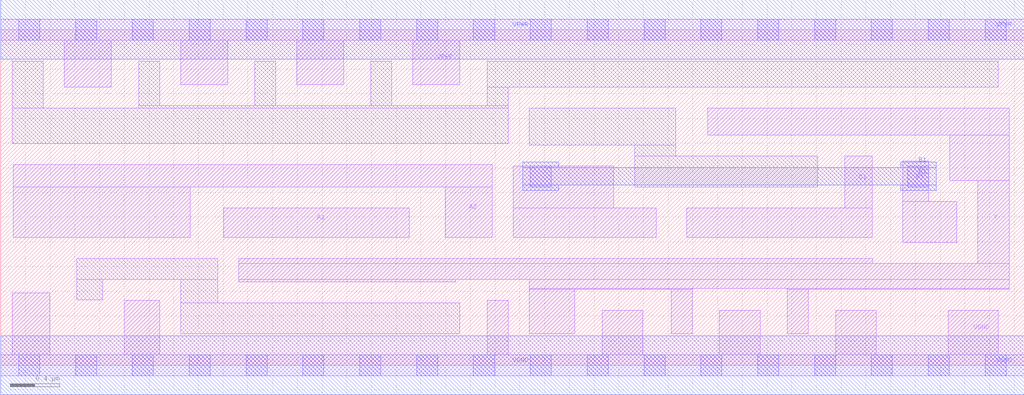
<source format=lef>
# Copyright 2020 The SkyWater PDK Authors
#
# Licensed under the Apache License, Version 2.0 (the "License");
# you may not use this file except in compliance with the License.
# You may obtain a copy of the License at
#
#     https://www.apache.org/licenses/LICENSE-2.0
#
# Unless required by applicable law or agreed to in writing, software
# distributed under the License is distributed on an "AS IS" BASIS,
# WITHOUT WARRANTIES OR CONDITIONS OF ANY KIND, either express or implied.
# See the License for the specific language governing permissions and
# limitations under the License.
#
# SPDX-License-Identifier: Apache-2.0

VERSION 5.7 ;
  NAMESCASESENSITIVE ON ;
  NOWIREEXTENSIONATPIN ON ;
  DIVIDERCHAR "/" ;
  BUSBITCHARS "[]" ;
UNITS
  DATABASE MICRONS 200 ;
END UNITS
PROPERTYDEFINITIONS
  MACRO maskLayoutSubType STRING ;
  MACRO prCellType STRING ;
  MACRO originalViewName STRING ;
END PROPERTYDEFINITIONS
MACRO sky130_fd_sc_hdll__a211oi_4
  CLASS CORE ;
  FOREIGN sky130_fd_sc_hdll__a211oi_4 ;
  ORIGIN  0.000000  0.000000 ;
  SIZE  8.280000 BY  2.720000 ;
  SYMMETRY X Y R90 ;
  SITE unithd ;
  PIN A1
    ANTENNAGATEAREA  1.110000 ;
    DIRECTION INPUT ;
    USE SIGNAL ;
    PORT
      LAYER li1 ;
        RECT 1.805000 1.035000 3.305000 1.275000 ;
    END
  END A1
  PIN A2
    ANTENNAGATEAREA  1.110000 ;
    DIRECTION INPUT ;
    USE SIGNAL ;
    PORT
      LAYER li1 ;
        RECT 0.100000 1.035000 1.535000 1.445000 ;
        RECT 0.100000 1.445000 3.975000 1.625000 ;
        RECT 3.595000 1.035000 3.975000 1.445000 ;
    END
  END A2
  PIN B1
    ANTENNAGATEAREA  1.110000 ;
    DIRECTION INPUT ;
    USE SIGNAL ;
    PORT
      LAYER li1 ;
        RECT 4.145000 1.035000 5.305000 1.275000 ;
        RECT 4.145000 1.275000 4.960000 1.615000 ;
        RECT 7.300000 0.995000 7.735000 1.325000 ;
        RECT 7.300000 1.325000 7.510000 1.655000 ;
      LAYER mcon ;
        RECT 4.285000 1.445000 4.455000 1.615000 ;
        RECT 7.340000 1.445000 7.510000 1.615000 ;
      LAYER met1 ;
        RECT 4.225000 1.415000 4.515000 1.460000 ;
        RECT 4.225000 1.460000 7.570000 1.600000 ;
        RECT 4.225000 1.600000 4.515000 1.645000 ;
        RECT 7.280000 1.415000 7.570000 1.460000 ;
        RECT 7.280000 1.600000 7.570000 1.645000 ;
    END
  END B1
  PIN C1
    ANTENNAGATEAREA  1.110000 ;
    DIRECTION INPUT ;
    USE SIGNAL ;
    PORT
      LAYER li1 ;
        RECT 5.550000 1.035000 7.050000 1.275000 ;
        RECT 6.830000 1.275000 7.050000 1.695000 ;
    END
  END C1
  PIN VGND
    ANTENNADIFFAREA  1.404000 ;
    DIRECTION INOUT ;
    USE SIGNAL ;
    PORT
      LAYER li1 ;
        RECT 0.000000 -0.085000 8.280000 0.085000 ;
        RECT 0.095000  0.085000 0.395000 0.585000 ;
        RECT 1.000000  0.085000 1.285000 0.525000 ;
        RECT 3.935000  0.085000 4.105000 0.525000 ;
        RECT 4.865000  0.085000 5.195000 0.445000 ;
        RECT 5.815000  0.085000 6.145000 0.445000 ;
        RECT 6.755000  0.085000 7.085000 0.445000 ;
        RECT 7.665000  0.085000 8.070000 0.445000 ;
      LAYER mcon ;
        RECT 0.145000 -0.085000 0.315000 0.085000 ;
        RECT 0.605000 -0.085000 0.775000 0.085000 ;
        RECT 1.065000 -0.085000 1.235000 0.085000 ;
        RECT 1.525000 -0.085000 1.695000 0.085000 ;
        RECT 1.985000 -0.085000 2.155000 0.085000 ;
        RECT 2.445000 -0.085000 2.615000 0.085000 ;
        RECT 2.905000 -0.085000 3.075000 0.085000 ;
        RECT 3.365000 -0.085000 3.535000 0.085000 ;
        RECT 3.825000 -0.085000 3.995000 0.085000 ;
        RECT 4.285000 -0.085000 4.455000 0.085000 ;
        RECT 4.745000 -0.085000 4.915000 0.085000 ;
        RECT 5.205000 -0.085000 5.375000 0.085000 ;
        RECT 5.665000 -0.085000 5.835000 0.085000 ;
        RECT 6.125000 -0.085000 6.295000 0.085000 ;
        RECT 6.585000 -0.085000 6.755000 0.085000 ;
        RECT 7.045000 -0.085000 7.215000 0.085000 ;
        RECT 7.505000 -0.085000 7.675000 0.085000 ;
        RECT 7.965000 -0.085000 8.135000 0.085000 ;
      LAYER met1 ;
        RECT 0.000000 -0.240000 8.280000 0.240000 ;
    END
  END VGND
  PIN VPWR
    ANTENNADIFFAREA  1.160000 ;
    DIRECTION INOUT ;
    USE SIGNAL ;
    PORT
      LAYER li1 ;
        RECT 0.000000 2.635000 8.280000 2.805000 ;
        RECT 0.515000 2.255000 0.895000 2.635000 ;
        RECT 1.455000 2.275000 1.835000 2.635000 ;
        RECT 2.395000 2.275000 2.775000 2.635000 ;
        RECT 3.335000 2.275000 3.715000 2.635000 ;
      LAYER mcon ;
        RECT 0.145000 2.635000 0.315000 2.805000 ;
        RECT 0.605000 2.635000 0.775000 2.805000 ;
        RECT 1.065000 2.635000 1.235000 2.805000 ;
        RECT 1.525000 2.635000 1.695000 2.805000 ;
        RECT 1.985000 2.635000 2.155000 2.805000 ;
        RECT 2.445000 2.635000 2.615000 2.805000 ;
        RECT 2.905000 2.635000 3.075000 2.805000 ;
        RECT 3.365000 2.635000 3.535000 2.805000 ;
        RECT 3.825000 2.635000 3.995000 2.805000 ;
        RECT 4.285000 2.635000 4.455000 2.805000 ;
        RECT 4.745000 2.635000 4.915000 2.805000 ;
        RECT 5.205000 2.635000 5.375000 2.805000 ;
        RECT 5.665000 2.635000 5.835000 2.805000 ;
        RECT 6.125000 2.635000 6.295000 2.805000 ;
        RECT 6.585000 2.635000 6.755000 2.805000 ;
        RECT 7.045000 2.635000 7.215000 2.805000 ;
        RECT 7.505000 2.635000 7.675000 2.805000 ;
        RECT 7.965000 2.635000 8.135000 2.805000 ;
      LAYER met1 ;
        RECT 0.000000 2.480000 8.280000 2.960000 ;
    END
  END VPWR
  PIN Y
    ANTENNADIFFAREA  1.985000 ;
    DIRECTION OUTPUT ;
    USE SIGNAL ;
    PORT
      LAYER li1 ;
        RECT 1.925000 0.675000 3.680000 0.695000 ;
        RECT 1.925000 0.695000 8.160000 0.825000 ;
        RECT 1.925000 0.825000 7.055000 0.865000 ;
        RECT 4.275000 0.255000 4.645000 0.615000 ;
        RECT 4.275000 0.615000 5.595000 0.625000 ;
        RECT 4.275000 0.625000 8.160000 0.695000 ;
        RECT 5.425000 0.255000 5.595000 0.615000 ;
        RECT 5.720000 1.865000 8.160000 2.085000 ;
        RECT 6.365000 0.255000 6.535000 0.615000 ;
        RECT 6.365000 0.615000 8.160000 0.625000 ;
        RECT 7.680000 1.495000 8.160000 1.865000 ;
        RECT 7.905000 0.825000 8.160000 1.495000 ;
    END
  END Y
  OBS
    LAYER li1 ;
      RECT 0.095000 1.795000 4.105000 2.085000 ;
      RECT 0.095000 2.085000 0.345000 2.465000 ;
      RECT 0.615000 0.530000 0.825000 0.695000 ;
      RECT 0.615000 0.695000 1.755000 0.865000 ;
      RECT 1.115000 2.085000 4.105000 2.105000 ;
      RECT 1.115000 2.105000 1.285000 2.465000 ;
      RECT 1.455000 0.255000 3.715000 0.505000 ;
      RECT 1.455000 0.505000 1.755000 0.695000 ;
      RECT 2.055000 2.105000 2.225000 2.465000 ;
      RECT 2.995000 2.105000 3.165000 2.465000 ;
      RECT 3.935000 2.105000 4.105000 2.255000 ;
      RECT 3.935000 2.255000 8.070000 2.465000 ;
      RECT 4.275000 1.785000 5.460000 2.085000 ;
      RECT 5.130000 1.445000 6.610000 1.695000 ;
      RECT 5.130000 1.695000 5.460000 1.785000 ;
  END
  PROPERTY maskLayoutSubType "abstract" ;
  PROPERTY prCellType "standard" ;
  PROPERTY originalViewName "layout" ;
END sky130_fd_sc_hdll__a211oi_4

</source>
